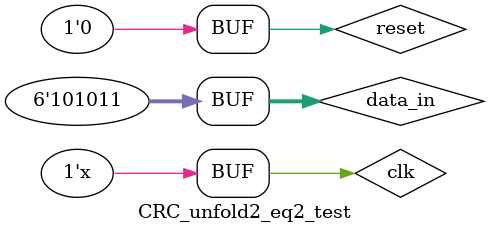
<source format=v>
`timescale 1ns / 1ps


module CRC_unfold2_eq2_test;

	// Inputs
	reg clk;
	reg reset;
	reg [5:0] data_in;

	// Outputs
	wire [4:0] data_out;

	// Instantiate the Unit Under Test (UUT)
	CRC_Unfold2_eq2 uut (
		.clk(clk), 
		.reset(reset), 
		.data_in(data_in), 
		.data_out(data_out)
	);

	initial begin
		// Initialize Inputs
		clk = 0;
		reset = 1;
		data_in = 10'b101011;
		//data_in = 10'b111111;
		
		#1
		reset = 0;
	
		
		#1
		reset = 0;
		
	

	end
      
		always #1 clk = ~clk;
      
endmodule




</source>
